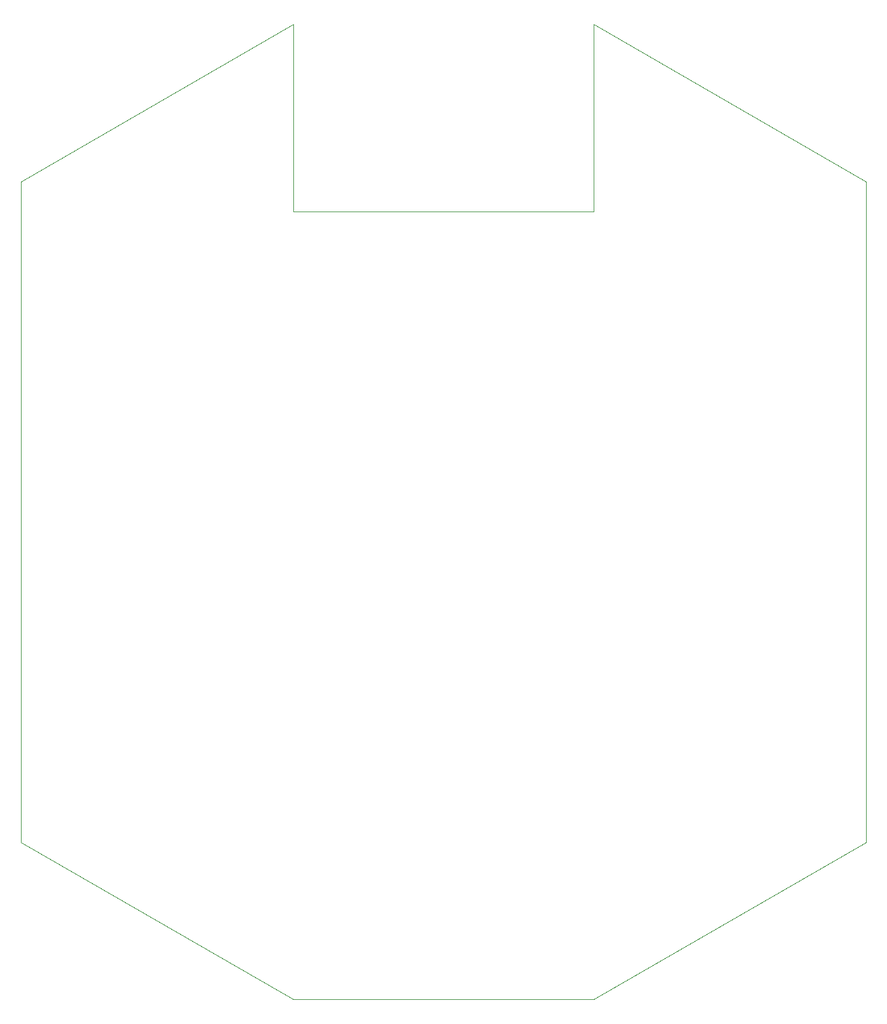
<source format=gbr>
G04*
G04 #@! TF.GenerationSoftware,Altium Limited,Altium Designer,25.4.2 (15)*
G04*
G04 Layer_Color=0*
%FSLAX44Y44*%
%MOMM*%
G71*
G04*
G04 #@! TF.SameCoordinates,CE8B7503-BC5D-454C-BBEA-07EE3AA0370F*
G04*
G04*
G04 #@! TF.FilePolarity,Positive*
G04*
G01*
G75*
%ADD85C,0.0254*%
D85*
X536890Y659642D02*
X900000Y450000D01*
X1300000D01*
X1663110Y659642D01*
Y1540358D01*
X1300000Y1750000D01*
Y1500000D01*
X900000D01*
Y1750000D01*
X536890Y1540358D01*
Y659642D01*
M02*

</source>
